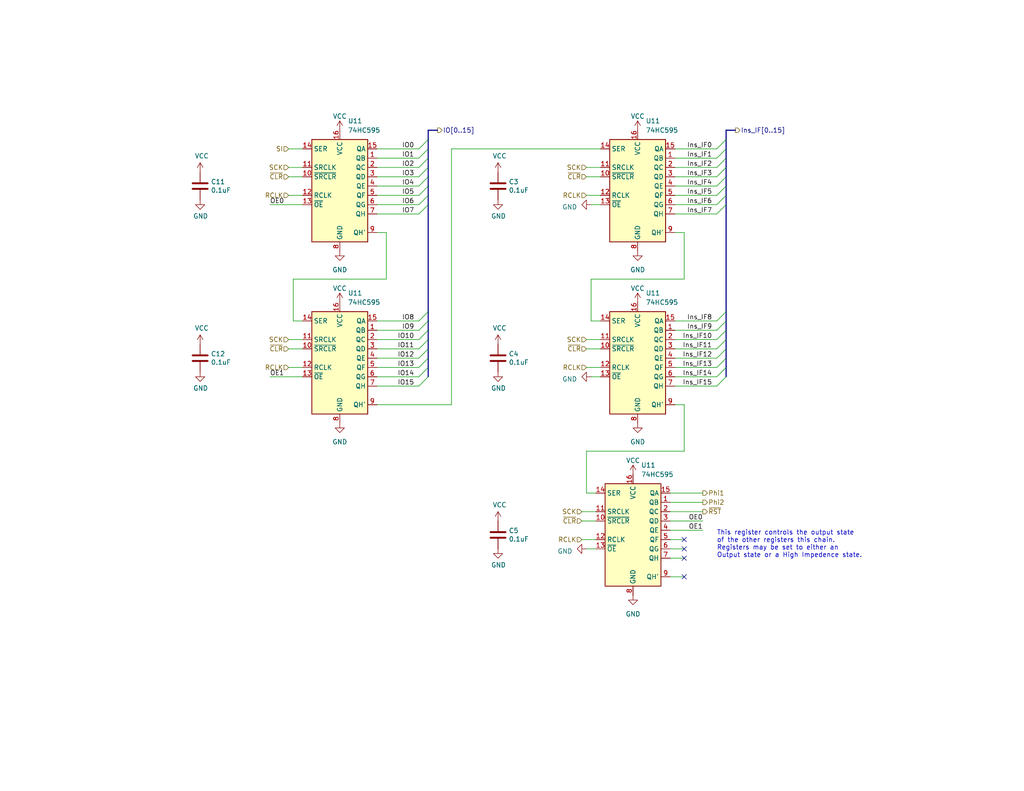
<source format=kicad_sch>
(kicad_sch (version 20230121) (generator eeschema)
  (paper "USLetter")
  (title_block (date "2023-11-27"))
  (lib_symbols
    (symbol "Device:C" (pin_numbers hide) (pin_names (offset 0.254))
      (property "Reference" "C" (at 0.635 2.54 0))
      (property "Value" "C" (at 0.635 -2.54 0))
      (symbol "C_0_1"
        (polyline (pts (xy -2.032 -0.762) (xy 2.032 -0.762)) (stroke (width 0.508)))
        (polyline (pts (xy -2.032 0.762) (xy 2.032 0.762)) (stroke (width 0.508)))
      )
      (symbol "C_1_1"
        (pin passive line (at 0 3.81 270) (length 2.794) (name "~") (number "1"))
        (pin passive line (at 0 -3.81 90) (length 2.794) (name "~") (number "2"))
      )
    )
    (symbol "Turtle16:74HC595"
      (property "Reference" "U" (at -7.62 13.97 0))
      (property "Value" "74HC595" (at -7.62 -16.51 0))
      (symbol "74HC595_1_0"
        (pin tri_state line (at 10.16 7.62 180) (length 2.54) (name "QB") (number "1"))
        (pin input line (at -10.16 2.54 0) (length 2.54) (name "~{SRCLR}") (number "10"))
        (pin input line (at -10.16 5.08 0) (length 2.54) (name "SRCLK") (number "11"))
        (pin input line (at -10.16 -2.54 0) (length 2.54) (name "RCLK") (number "12"))
        (pin input line (at -10.16 -5.08 0) (length 2.54) (name "~{OE}") (number "13"))
        (pin input line (at -10.16 10.16 0) (length 2.54) (name "SER") (number "14"))
        (pin tri_state line (at 10.16 10.16 180) (length 2.54) (name "QA") (number "15"))
        (pin power_in line (at 0 15.24 270) (length 2.54) (name "VCC") (number "16"))
        (pin tri_state line (at 10.16 5.08 180) (length 2.54) (name "QC") (number "2"))
        (pin tri_state line (at 10.16 2.54 180) (length 2.54) (name "QD") (number "3"))
        (pin tri_state line (at 10.16 0 180) (length 2.54) (name "QE") (number "4"))
        (pin tri_state line (at 10.16 -2.54 180) (length 2.54) (name "QF") (number "5"))
        (pin tri_state line (at 10.16 -5.08 180) (length 2.54) (name "QG") (number "6"))
        (pin tri_state line (at 10.16 -7.62 180) (length 2.54) (name "QH") (number "7"))
        (pin power_in line (at 0 -17.78 90) (length 2.54) (name "GND") (number "8"))
        (pin output line (at 10.16 -12.7 180) (length 2.54) (name "QH'") (number "9"))
      )
      (symbol "74HC595_1_1"
        (rectangle (start -7.62 12.7) (end 7.62 -15.24) (stroke (width 0.254)) (fill (type background)))
      )
    )
    (symbol "power:GND" (power) (pin_names (offset 0))
      (property "Value" "GND" (at 0 -3.81 0))
      (symbol "GND_0_1"
        (polyline (pts (xy 0 0) (xy 0 -1.27) (xy 1.27 -1.27) (xy 0 -2.54) (xy -1.27 -1.27) (xy 0 -1.27)))
      )
      (symbol "GND_1_1"
        (pin power_in line (at 0 0 270) (length 0) hide (name "GND") (number "1"))
      )
    )
    (symbol "power:VCC" (power) (pin_names (offset 0))
      (property "Value" "VCC" (at 0 3.81 0))
      (symbol "VCC_0_1"
        (polyline (pts (xy -0.762 1.27) (xy 0 2.54)))
        (polyline (pts (xy 0 0) (xy 0 2.54)))
        (polyline (pts (xy 0 2.54) (xy 0.762 1.27)))
      )
      (symbol "VCC_1_1"
        (pin power_in line (at 0 0 90) (length 0) hide (name "VCC") (number "1"))
      )
    )
  )
  (no_connect (at 186.69 147.32))
  (no_connect (at 186.69 149.86))
  (no_connect (at 186.69 157.48))
  (no_connect (at 186.69 152.4))
  (bus_entry (at 198.12 45.72) (size -2.54 2.54))
  (bus_entry (at 116.84 85.09) (size -2.54 2.54))
  (bus_entry (at 116.84 55.88) (size -2.54 2.54))
  (bus_entry (at 198.12 48.26) (size -2.54 2.54))
  (bus_entry (at 116.84 95.25) (size -2.54 2.54))
  (bus_entry (at 198.12 43.18) (size -2.54 2.54))
  (bus_entry (at 198.12 97.79) (size -2.54 2.54))
  (bus_entry (at 116.84 92.71) (size -2.54 2.54))
  (bus_entry (at 198.12 100.33) (size -2.54 2.54))
  (bus_entry (at 116.84 87.63) (size -2.54 2.54))
  (bus_entry (at 116.84 100.33) (size -2.54 2.54))
  (bus_entry (at 116.84 90.17) (size -2.54 2.54))
  (bus_entry (at 198.12 85.09) (size -2.54 2.54))
  (bus_entry (at 198.12 102.87) (size -2.54 2.54))
  (bus_entry (at 116.84 50.8) (size -2.54 2.54))
  (bus_entry (at 198.12 92.71) (size -2.54 2.54))
  (bus_entry (at 116.84 45.72) (size -2.54 2.54))
  (bus_entry (at 198.12 38.1) (size -2.54 2.54))
  (bus_entry (at 198.12 50.8) (size -2.54 2.54))
  (bus_entry (at 116.84 40.64) (size -2.54 2.54))
  (bus_entry (at 116.84 43.18) (size -2.54 2.54))
  (bus_entry (at 198.12 87.63) (size -2.54 2.54))
  (bus_entry (at 116.84 38.1) (size -2.54 2.54))
  (bus_entry (at 198.12 95.25) (size -2.54 2.54))
  (bus_entry (at 116.84 97.79) (size -2.54 2.54))
  (bus_entry (at 198.12 53.34) (size -2.54 2.54))
  (bus_entry (at 116.84 48.26) (size -2.54 2.54))
  (bus_entry (at 116.84 102.87) (size -2.54 2.54))
  (bus_entry (at 198.12 55.88) (size -2.54 2.54))
  (bus_entry (at 116.84 53.34) (size -2.54 2.54))
  (bus_entry (at 198.12 90.17) (size -2.54 2.54))
  (bus_entry (at 198.12 40.64) (size -2.54 2.54))
  (wire (pts (xy 186.69 110.49) (xy 186.69 123.19)))
  (bus (pts (xy 198.12 48.26) (xy 198.12 50.8)))
  (wire (pts (xy 114.3 102.87) (xy 102.87 102.87)))
  (wire (pts (xy 195.58 87.63) (xy 184.15 87.63)))
  (wire (pts (xy 114.3 97.79) (xy 102.87 97.79)))
  (wire (pts (xy 195.58 95.25) (xy 184.15 95.25)))
  (bus (pts (xy 116.84 38.1) (xy 116.84 40.64)))
  (wire (pts (xy 191.77 139.7) (xy 182.88 139.7)))
  (wire (pts (xy 114.3 40.64) (xy 102.87 40.64)))
  (wire (pts (xy 73.66 102.87) (xy 82.55 102.87)))
  (wire (pts (xy 160.02 53.34) (xy 163.83 53.34)))
  (wire (pts (xy 123.19 40.64) (xy 163.83 40.64)))
  (wire (pts (xy 114.3 50.8) (xy 102.87 50.8)))
  (bus (pts (xy 116.84 40.64) (xy 116.84 43.18)))
  (wire (pts (xy 195.58 48.26) (xy 184.15 48.26)))
  (bus (pts (xy 198.12 53.34) (xy 198.12 55.88)))
  (bus (pts (xy 116.84 43.18) (xy 116.84 45.72)))
  (wire (pts (xy 161.29 76.2) (xy 161.29 87.63)))
  (wire (pts (xy 160.02 149.86) (xy 162.56 149.86)))
  (wire (pts (xy 161.29 102.87) (xy 163.83 102.87)))
  (wire (pts (xy 191.77 137.16) (xy 182.88 137.16)))
  (bus (pts (xy 198.12 95.25) (xy 198.12 97.79)))
  (bus (pts (xy 116.84 55.88) (xy 116.84 85.09)))
  (wire (pts (xy 114.3 92.71) (xy 102.87 92.71)))
  (bus (pts (xy 198.12 43.18) (xy 198.12 45.72)))
  (bus (pts (xy 116.84 53.34) (xy 116.84 55.88)))
  (wire (pts (xy 123.19 40.64) (xy 123.19 110.49)))
  (wire (pts (xy 102.87 63.5) (xy 105.41 63.5)))
  (bus (pts (xy 119.38 35.56) (xy 116.84 35.56)))
  (bus (pts (xy 116.84 95.25) (xy 116.84 97.79)))
  (wire (pts (xy 184.15 63.5) (xy 186.69 63.5)))
  (wire (pts (xy 195.58 92.71) (xy 184.15 92.71)))
  (wire (pts (xy 114.3 45.72) (xy 102.87 45.72)))
  (bus (pts (xy 198.12 50.8) (xy 198.12 53.34)))
  (wire (pts (xy 158.75 142.24) (xy 162.56 142.24)))
  (wire (pts (xy 160.02 134.62) (xy 162.56 134.62)))
  (wire (pts (xy 195.58 100.33) (xy 184.15 100.33)))
  (bus (pts (xy 116.84 97.79) (xy 116.84 100.33)))
  (wire (pts (xy 105.41 63.5) (xy 105.41 76.2)))
  (wire (pts (xy 114.3 53.34) (xy 102.87 53.34)))
  (wire (pts (xy 78.74 92.71) (xy 82.55 92.71)))
  (bus (pts (xy 116.84 50.8) (xy 116.84 53.34)))
  (wire (pts (xy 191.77 144.78) (xy 182.88 144.78)))
  (wire (pts (xy 160.02 48.26) (xy 163.83 48.26)))
  (wire (pts (xy 78.74 48.26) (xy 82.55 48.26)))
  (wire (pts (xy 191.77 142.24) (xy 182.88 142.24)))
  (wire (pts (xy 114.3 48.26) (xy 102.87 48.26)))
  (wire (pts (xy 160.02 95.25) (xy 163.83 95.25)))
  (wire (pts (xy 195.58 43.18) (xy 184.15 43.18)))
  (wire (pts (xy 160.02 100.33) (xy 163.83 100.33)))
  (wire (pts (xy 78.74 40.64) (xy 82.55 40.64)))
  (wire (pts (xy 80.01 87.63) (xy 82.55 87.63)))
  (wire (pts (xy 182.88 147.32) (xy 186.69 147.32)))
  (bus (pts (xy 198.12 35.56) (xy 198.12 38.1)))
  (wire (pts (xy 161.29 55.88) (xy 163.83 55.88)))
  (wire (pts (xy 78.74 53.34) (xy 82.55 53.34)))
  (wire (pts (xy 195.58 40.64) (xy 184.15 40.64)))
  (wire (pts (xy 114.3 58.42) (xy 102.87 58.42)))
  (wire (pts (xy 114.3 87.63) (xy 102.87 87.63)))
  (wire (pts (xy 195.58 58.42) (xy 184.15 58.42)))
  (bus (pts (xy 198.12 90.17) (xy 198.12 92.71)))
  (wire (pts (xy 114.3 43.18) (xy 102.87 43.18)))
  (wire (pts (xy 195.58 45.72) (xy 184.15 45.72)))
  (bus (pts (xy 116.84 90.17) (xy 116.84 92.71)))
  (wire (pts (xy 78.74 100.33) (xy 82.55 100.33)))
  (wire (pts (xy 195.58 53.34) (xy 184.15 53.34)))
  (wire (pts (xy 161.29 87.63) (xy 163.83 87.63)))
  (bus (pts (xy 198.12 85.09) (xy 198.12 87.63)))
  (bus (pts (xy 116.84 85.09) (xy 116.84 87.63)))
  (wire (pts (xy 195.58 102.87) (xy 184.15 102.87)))
  (wire (pts (xy 182.88 152.4) (xy 186.69 152.4)))
  (bus (pts (xy 198.12 55.88) (xy 198.12 85.09)))
  (wire (pts (xy 114.3 55.88) (xy 102.87 55.88)))
  (wire (pts (xy 195.58 90.17) (xy 184.15 90.17)))
  (wire (pts (xy 160.02 92.71) (xy 163.83 92.71)))
  (wire (pts (xy 184.15 110.49) (xy 186.69 110.49)))
  (wire (pts (xy 186.69 63.5) (xy 186.69 76.2)))
  (wire (pts (xy 195.58 50.8) (xy 184.15 50.8)))
  (bus (pts (xy 116.84 92.71) (xy 116.84 95.25)))
  (wire (pts (xy 195.58 105.41) (xy 184.15 105.41)))
  (bus (pts (xy 116.84 87.63) (xy 116.84 90.17)))
  (wire (pts (xy 195.58 55.88) (xy 184.15 55.88)))
  (wire (pts (xy 158.75 139.7) (xy 162.56 139.7)))
  (wire (pts (xy 160.02 123.19) (xy 160.02 134.62)))
  (bus (pts (xy 198.12 87.63) (xy 198.12 90.17)))
  (wire (pts (xy 114.3 105.41) (xy 102.87 105.41)))
  (wire (pts (xy 195.58 97.79) (xy 184.15 97.79)))
  (bus (pts (xy 198.12 92.71) (xy 198.12 95.25)))
  (bus (pts (xy 116.84 45.72) (xy 116.84 48.26)))
  (wire (pts (xy 160.02 45.72) (xy 163.83 45.72)))
  (wire (pts (xy 182.88 149.86) (xy 186.69 149.86)))
  (wire (pts (xy 191.77 134.62) (xy 182.88 134.62)))
  (wire (pts (xy 80.01 76.2) (xy 80.01 87.63)))
  (bus (pts (xy 116.84 48.26) (xy 116.84 50.8)))
  (bus (pts (xy 198.12 40.64) (xy 198.12 43.18)))
  (bus (pts (xy 198.12 38.1) (xy 198.12 40.64)))
  (wire (pts (xy 182.88 157.48) (xy 186.69 157.48)))
  (wire (pts (xy 78.74 95.25) (xy 82.55 95.25)))
  (wire (pts (xy 114.3 100.33) (xy 102.87 100.33)))
  (wire (pts (xy 114.3 95.25) (xy 102.87 95.25)))
  (bus (pts (xy 116.84 100.33) (xy 116.84 102.87)))
  (bus (pts (xy 200.66 35.56) (xy 198.12 35.56)))
  (wire (pts (xy 158.75 147.32) (xy 162.56 147.32)))
  (wire (pts (xy 80.01 76.2) (xy 105.41 76.2)))
  (wire (pts (xy 78.74 45.72) (xy 82.55 45.72)))
  (wire (pts (xy 161.29 76.2) (xy 186.69 76.2)))
  (bus (pts (xy 116.84 35.56) (xy 116.84 38.1)))
  (wire (pts (xy 160.02 123.19) (xy 186.69 123.19)))
  (bus (pts (xy 198.12 100.33) (xy 198.12 102.87)))
  (wire (pts (xy 102.87 110.49) (xy 123.19 110.49)))
  (bus (pts (xy 198.12 45.72) (xy 198.12 48.26)))
  (bus (pts (xy 198.12 97.79) (xy 198.12 100.33)))
  (wire (pts (xy 73.66 55.88) (xy 82.55 55.88)))
  (wire (pts (xy 114.3 90.17) (xy 102.87 90.17)))
  (text "This register controls the output state\nof the other registers this chain.\nRegisters may be set to either an\nOutput state or a High Impedence state." (at 195.58 152.4 0) (effects (font (size 1.27 1.27)) (justify left bottom)))
  (label "Ins_IF6" (at 194.31 55.88 180))
  (label "Ins_IF10" (at 194.31 92.71 180))
  (label "IO11" (at 113.03 95.25 180))
  (label "OE0" (at 73.66 55.88 0))
  (label "Ins_IF7" (at 194.31 58.42 180))
  (label "IO3" (at 113.03 48.26 180))
  (label "OE0" (at 191.77 142.24 180))
  (label "IO13" (at 113.03 100.33 180))
  (label "IO5" (at 113.03 53.34 180))
  (label "IO10" (at 113.03 92.71 180))
  (label "Ins_IF8" (at 194.31 87.63 180))
  (label "IO0" (at 113.03 40.64 180))
  (label "Ins_IF1" (at 194.31 43.18 180))
  (label "IO7" (at 113.03 58.42 180))
  (label "Ins_IF14" (at 194.31 102.87 180))
  (label "IO12" (at 113.03 97.79 180))
  (label "Ins_IF5" (at 194.31 53.34 180))
  (label "IO1" (at 113.03 43.18 180))
  (label "Ins_IF0" (at 194.31 40.64 180))
  (label "OE1" (at 73.66 102.87 0))
  (label "Ins_IF15" (at 194.31 105.41 180))
  (label "IO14" (at 113.03 102.87 180))
  (label "IO15" (at 113.03 105.41 180))
  (label "OE1" (at 191.77 144.78 180))
  (label "IO8" (at 113.03 87.63 180))
  (label "IO4" (at 113.03 50.8 180))
  (label "IO2" (at 113.03 45.72 180))
  (label "Ins_IF4" (at 194.31 50.8 180))
  (label "Ins_IF9" (at 194.31 90.17 180))
  (label "Ins_IF12" (at 194.31 97.79 180))
  (label "Ins_IF13" (at 194.31 100.33 180))
  (label "IO9" (at 113.03 90.17 180))
  (label "Ins_IF2" (at 194.31 45.72 180))
  (label "Ins_IF11" (at 194.31 95.25 180))
  (label "Ins_IF3" (at 194.31 48.26 180))
  (label "IO6" (at 113.03 55.88 180))
  (hierarchical_label "SI" (shape input) (at 78.74 40.64 180))
  (hierarchical_label "Ins_IF[0..15]" (shape output) (at 200.66 35.56 0))
  (hierarchical_label "SCK" (shape input) (at 160.02 92.71 180))
  (hierarchical_label "~{CLR}" (shape input) (at 78.74 95.25 180))
  (hierarchical_label "RCLK" (shape input) (at 160.02 53.34 180))
  (hierarchical_label "~{CLR}" (shape input) (at 160.02 95.25 180))
  (hierarchical_label "IO[0..15]" (shape output) (at 119.38 35.56 0))
  (hierarchical_label "SCK" (shape input) (at 78.74 45.72 180))
  (hierarchical_label "RCLK" (shape input) (at 158.75 147.32 180))
  (hierarchical_label "RCLK" (shape input) (at 78.74 53.34 180))
  (hierarchical_label "~{CLR}" (shape input) (at 160.02 48.26 180))
  (hierarchical_label "SCK" (shape input) (at 160.02 45.72 180))
  (hierarchical_label "~{RST}" (shape output) (at 191.77 139.7 0))
  (hierarchical_label "Phi1" (shape output) (at 191.77 134.62 0))
  (hierarchical_label "SCK" (shape input) (at 78.74 92.71 180))
  (hierarchical_label "SCK" (shape input) (at 158.75 139.7 180))
  (hierarchical_label "~{CLR}" (shape input) (at 78.74 48.26 180))
  (hierarchical_label "RCLK" (shape input) (at 160.02 100.33 180))
  (hierarchical_label "RCLK" (shape input) (at 78.74 100.33 180))
  (hierarchical_label "Phi2" (shape output) (at 191.77 137.16 0))
  (hierarchical_label "~{CLR}" (shape input) (at 158.75 142.24 180))
  (symbol (lib_id "power:GND") (at 172.72 162.56 0) (unit 1)
    (property "Reference" "#PWR046" (effects hide))
    (property "Value" "GND" (at 172.72 167.64 0))
  )
  (symbol (lib_id "power:GND") (at 173.99 115.57 0) (unit 1)
    (property "Reference" "#PWR050" (effects hide))
    (property "Value" "GND" (at 173.99 120.65 0))
  )
  (symbol (lib_id "Turtle16:74HC595") (at 172.72 144.78 0) (unit 1)
    (property "Reference" "U11" (at 174.9141 127 0) (effects (justify left)))
    (property "Value" "74HC595" (at 174.9141 129.54 0) (effects (justify left)))
    (property "Footprint" "Package_SO:TSSOP-16_4.4x5mm_P0.65mm" (effects hide))
    (property "Datasheet" "https://www.mouser.com/datasheet/2/916/74HC_HCT595_Q100-2937391.pdf" (effects hide))
    (property "Manufacturer" "Nexperia" (effects hide))
    (property "Manufacturer#" "74HC595PW-Q100,118" (effects hide))
    (property "Mouser#" "771-74HC595PW-Q100" (effects hide))
    (property "Digikey#" "1727-1012-1-ND" (effects hide))
    (instances (project "ProcessorBoardTestFixture" (path "" (reference "U11") (unit 1)) (path "" (reference "U2") (unit 1))))
  )
  (symbol (lib_id "power:GND") (at 92.71 68.58 0) (unit 1)
    (property "Reference" "#PWR086" (effects hide))
    (property "Value" "GND" (at 92.71 73.66 0))
  )
  (symbol (lib_id "power:VCC") (at 92.71 82.55 0) (unit 1)
    (property "Reference" "#PWR087" (effects hide))
    (property "Value" "VCC" (at 92.71 78.74 0))
  )
  (symbol (lib_id "Turtle16:74HC595") (at 92.71 97.79 0) (unit 1)
    (property "Reference" "U11" (at 94.9041 80.01 0) (effects (justify left)))
    (property "Value" "74HC595" (at 94.9041 82.55 0) (effects (justify left)))
    (property "Footprint" "Package_SO:TSSOP-16_4.4x5mm_P0.65mm" (effects hide))
    (property "Datasheet" "https://www.mouser.com/datasheet/2/916/74HC_HCT595_Q100-2937391.pdf" (effects hide))
    (property "Manufacturer" "Nexperia" (effects hide))
    (property "Manufacturer#" "74HC595PW-Q100,118" (effects hide))
    (property "Mouser#" "771-74HC595PW-Q100" (effects hide))
    (property "Digikey#" "1727-1012-1-ND" (effects hide))
  )
  (symbol (lib_id "power:GND") (at 161.29 55.88 270) (unit 1)
    (property "Reference" "#PWR098" (effects hide))
    (property "Value" "GND" (at 157.48 56.515 90) (effects (justify right)))
  )
  (symbol (lib_id "power:GND") (at 92.71 115.57 0) (unit 1)
    (property "Reference" "#PWR088" (effects hide))
    (property "Value" "GND" (at 92.71 120.65 0))
  )
  (symbol (lib_id "Turtle16:74HC595") (at 173.99 50.8 0) (unit 1)
    (property "Reference" "U11" (at 176.1841 33.02 0) (effects (justify left)))
    (property "Value" "74HC595" (at 176.1841 35.56 0) (effects (justify left)))
    (property "Footprint" "Package_SO:TSSOP-16_4.4x5mm_P0.65mm" (effects hide))
    (property "Datasheet" "https://www.mouser.com/datasheet/2/916/74HC_HCT595_Q100-2937391.pdf" (effects hide))
    (property "Manufacturer" "Nexperia" (effects hide))
    (property "Manufacturer#" "74HC595PW-Q100,118" (effects hide))
    (property "Mouser#" "771-74HC595PW-Q100" (effects hide))
    (property "Digikey#" "1727-1012-1-ND" (effects hide))
    (instances (project "ProcessorBoardTestFixture" (path "" (reference "U11") (unit 1)) (path "" (reference "U3") (unit 1))))
  )
  (symbol (lib_id "power:VCC") (at 54.61 93.98 0) (unit 1)
    (property "Reference" "#PWR083" (effects hide))
    (property "Value" "VCC" (at 55.0418 89.5858 0))
    (instances (project "ProcessorBoardTestFixture" (path "" (reference "#PWR083") (unit 1))) (project "Memory" (path "" (reference "#PWR0381") (unit 1))))
  )
  (symbol (lib_id "power:GND") (at 54.61 101.6 0) (unit 1)
    (property "Reference" "#PWR084" (effects hide))
    (property "Value" "GND" (at 54.737 105.9942 0))
    (instances (project "ProcessorBoardTestFixture" (path "" (reference "#PWR084") (unit 1))) (project "Memory" (path "" (reference "#PWR0382") (unit 1))))
  )
  (symbol (lib_id "power:GND") (at 54.61 54.61 0) (unit 1)
    (property "Reference" "#PWR082" (effects hide))
    (property "Value" "GND" (at 54.737 59.0042 0))
    (instances (project "ProcessorBoardTestFixture" (path "" (reference "#PWR082") (unit 1))) (project "Memory" (path "" (reference "#PWR0382") (unit 1))))
  )
  (symbol (lib_id "power:VCC") (at 173.99 35.56 0) (unit 1)
    (property "Reference" "#PWR047" (effects hide))
    (property "Value" "VCC" (at 173.99 31.75 0))
  )
  (symbol (lib_id "power:VCC") (at 173.99 82.55 0) (unit 1)
    (property "Reference" "#PWR049" (effects hide))
    (property "Value" "VCC" (at 173.99 78.74 0))
  )
  (symbol (lib_id "power:GND") (at 135.89 101.6 0) (unit 1)
    (property "Reference" "#PWR041" (effects hide))
    (property "Value" "GND" (at 136.017 105.9942 0))
    (instances (project "ProcessorBoardTestFixture" (path "" (reference "#PWR041") (unit 1))) (project "Memory" (path "" (reference "#PWR0382") (unit 1))))
  )
  (symbol (lib_id "Device:C") (at 135.89 50.8 0) (unit 1)
    (property "Reference" "C3" (at 138.811 49.6316 0) (effects (justify left)))
    (property "Value" "0.1uF" (at 138.811 51.943 0) (effects (justify left)))
    (property "Footprint" "Capacitor_SMD:C_0603_1608Metric" (effects hide))
    (property "Datasheet" "https://www.mouser.com/datasheet/2/396/taiyo_yuden_12132018_mlcc11_hq_e-1510082.pdf" (effects hide))
    (property "Manufacturer" "Taiyo Yuden" (effects hide))
    (property "Manufacturer#" "EMK107B7104KAHT" (effects hide))
    (property "Mouser#" "963-EMK107B7104KAHT" (effects hide))
    (property "Digikey#" "587-6004-1-ND" (effects hide))
    (instances (project "ProcessorBoardTestFixture" (path "" (reference "C3") (unit 1))) (project "Memory" (path "" (reference "C65") (unit 1))))
  )
  (symbol (lib_id "power:VCC") (at 54.61 46.99 0) (unit 1)
    (property "Reference" "#PWR081" (effects hide))
    (property "Value" "VCC" (at 55.0418 42.5958 0))
    (instances (project "ProcessorBoardTestFixture" (path "" (reference "#PWR081") (unit 1))) (project "Memory" (path "" (reference "#PWR0381") (unit 1))))
  )
  (symbol (lib_id "power:VCC") (at 135.89 93.98 0) (unit 1)
    (property "Reference" "#PWR040" (effects hide))
    (property "Value" "VCC" (at 136.3218 89.5858 0))
    (instances (project "ProcessorBoardTestFixture" (path "" (reference "#PWR040") (unit 1))) (project "Memory" (path "" (reference "#PWR0381") (unit 1))))
  )
  (symbol (lib_id "power:VCC") (at 92.71 35.56 0) (unit 1)
    (property "Reference" "#PWR085" (effects hide))
    (property "Value" "VCC" (at 92.71 31.75 0))
  )
  (symbol (lib_id "power:VCC") (at 135.89 46.99 0) (unit 1)
    (property "Reference" "#PWR038" (effects hide))
    (property "Value" "VCC" (at 136.3218 42.5958 0))
    (instances (project "ProcessorBoardTestFixture" (path "" (reference "#PWR038") (unit 1))) (project "Memory" (path "" (reference "#PWR0381") (unit 1))))
  )
  (symbol (lib_id "power:GND") (at 135.89 54.61 0) (unit 1)
    (property "Reference" "#PWR039" (effects hide))
    (property "Value" "GND" (at 136.017 59.0042 0))
    (instances (project "ProcessorBoardTestFixture" (path "" (reference "#PWR039") (unit 1))) (project "Memory" (path "" (reference "#PWR0382") (unit 1))))
  )
  (symbol (lib_id "Device:C") (at 135.89 146.05 0) (unit 1)
    (property "Reference" "C5" (at 138.811 144.8816 0) (effects (justify left)))
    (property "Value" "0.1uF" (at 138.811 147.193 0) (effects (justify left)))
    (property "Footprint" "Capacitor_SMD:C_0603_1608Metric" (effects hide))
    (property "Datasheet" "https://www.mouser.com/datasheet/2/396/taiyo_yuden_12132018_mlcc11_hq_e-1510082.pdf" (effects hide))
    (property "Manufacturer" "Taiyo Yuden" (effects hide))
    (property "Manufacturer#" "EMK107B7104KAHT" (effects hide))
    (property "Mouser#" "963-EMK107B7104KAHT" (effects hide))
    (property "Digikey#" "587-6004-1-ND" (effects hide))
    (instances (project "ProcessorBoardTestFixture" (path "" (reference "C5") (unit 1))) (project "Memory" (path "" (reference "C65") (unit 1))))
  )
  (symbol (lib_id "Turtle16:74HC595") (at 173.99 97.79 0) (unit 1)
    (property "Reference" "U11" (at 176.1841 80.01 0) (effects (justify left)))
    (property "Value" "74HC595" (at 176.1841 82.55 0) (effects (justify left)))
    (property "Footprint" "Package_SO:TSSOP-16_4.4x5mm_P0.65mm" (effects hide))
    (property "Datasheet" "https://www.mouser.com/datasheet/2/916/74HC_HCT595_Q100-2937391.pdf" (effects hide))
    (property "Manufacturer" "Nexperia" (effects hide))
    (property "Manufacturer#" "74HC595PW-Q100,118" (effects hide))
    (property "Mouser#" "771-74HC595PW-Q100" (effects hide))
    (property "Digikey#" "1727-1012-1-ND" (effects hide))
    (instances (project "ProcessorBoardTestFixture" (path "" (reference "U11") (unit 1)) (path "" (reference "U4") (unit 1))))
  )
  (symbol (lib_id "Turtle16:74HC595") (at 92.71 50.8 0) (unit 1)
    (property "Reference" "U11" (at 94.9041 33.02 0) (effects (justify left)))
    (property "Value" "74HC595" (at 94.9041 35.56 0) (effects (justify left)))
    (property "Footprint" "Package_SO:TSSOP-16_4.4x5mm_P0.65mm" (effects hide))
    (property "Datasheet" "https://www.mouser.com/datasheet/2/916/74HC_HCT595_Q100-2937391.pdf" (effects hide))
    (property "Manufacturer" "Nexperia" (effects hide))
    (property "Manufacturer#" "74HC595PW-Q100,118" (effects hide))
    (property "Mouser#" "771-74HC595PW-Q100" (effects hide))
    (property "Digikey#" "1727-1012-1-ND" (effects hide))
    (instances (project "ProcessorBoardTestFixture" (path "" (reference "U11") (unit 1)) (path "" (reference "U1") (unit 1))))
  )
  (symbol (lib_id "Device:C") (at 54.61 97.79 0) (unit 1)
    (property "Reference" "C12" (at 57.531 96.6216 0) (effects (justify left)))
    (property "Value" "0.1uF" (at 57.531 98.933 0) (effects (justify left)))
    (property "Footprint" "Capacitor_SMD:C_0603_1608Metric" (effects hide))
    (property "Datasheet" "https://www.mouser.com/datasheet/2/396/taiyo_yuden_12132018_mlcc11_hq_e-1510082.pdf" (effects hide))
    (property "Manufacturer" "Taiyo Yuden" (effects hide))
    (property "Manufacturer#" "EMK107B7104KAHT" (effects hide))
    (property "Mouser#" "963-EMK107B7104KAHT" (effects hide))
    (property "Digikey#" "587-6004-1-ND" (effects hide))
    (instances (project "ProcessorBoardTestFixture" (path "" (reference "C12") (unit 1))) (project "Memory" (path "" (reference "C65") (unit 1))))
  )
  (symbol (lib_id "power:GND") (at 161.29 102.87 270) (unit 1)
    (property "Reference" "#PWR097" (effects hide))
    (property "Value" "GND" (at 157.48 103.505 90) (effects (justify right)))
  )
  (symbol (lib_id "power:GND") (at 173.99 68.58 0) (unit 1)
    (property "Reference" "#PWR048" (effects hide))
    (property "Value" "GND" (at 173.99 73.66 0))
  )
  (symbol (lib_id "power:GND") (at 160.02 149.86 270) (unit 1)
    (property "Reference" "#PWR044" (effects hide))
    (property "Value" "GND" (at 156.21 150.495 90) (effects (justify right)))
  )
  (symbol (lib_id "Device:C") (at 54.61 50.8 0) (unit 1)
    (property "Reference" "C11" (at 57.531 49.6316 0) (effects (justify left)))
    (property "Value" "0.1uF" (at 57.531 51.943 0) (effects (justify left)))
    (property "Footprint" "Capacitor_SMD:C_0603_1608Metric" (effects hide))
    (property "Datasheet" "https://www.mouser.com/datasheet/2/396/taiyo_yuden_12132018_mlcc11_hq_e-1510082.pdf" (effects hide))
    (property "Manufacturer" "Taiyo Yuden" (effects hide))
    (property "Manufacturer#" "EMK107B7104KAHT" (effects hide))
    (property "Mouser#" "963-EMK107B7104KAHT" (effects hide))
    (property "Digikey#" "587-6004-1-ND" (effects hide))
    (instances (project "ProcessorBoardTestFixture" (path "" (reference "C11") (unit 1))) (project "Memory" (path "" (reference "C65") (unit 1))))
  )
  (symbol (lib_id "Device:C") (at 135.89 97.79 0) (unit 1)
    (property "Reference" "C4" (at 138.811 96.6216 0) (effects (justify left)))
    (property "Value" "0.1uF" (at 138.811 98.933 0) (effects (justify left)))
    (property "Footprint" "Capacitor_SMD:C_0603_1608Metric" (effects hide))
    (property "Datasheet" "https://www.mouser.com/datasheet/2/396/taiyo_yuden_12132018_mlcc11_hq_e-1510082.pdf" (effects hide))
    (property "Manufacturer" "Taiyo Yuden" (effects hide))
    (property "Manufacturer#" "EMK107B7104KAHT" (effects hide))
    (property "Mouser#" "963-EMK107B7104KAHT" (effects hide))
    (property "Digikey#" "587-6004-1-ND" (effects hide))
    (instances (project "ProcessorBoardTestFixture" (path "" (reference "C4") (unit 1))) (project "Memory" (path "" (reference "C65") (unit 1))))
  )
  (symbol (lib_id "power:GND") (at 135.89 149.86 0) (unit 1)
    (property "Reference" "#PWR043" (effects hide))
    (property "Value" "GND" (at 136.017 154.2542 0))
    (instances (project "ProcessorBoardTestFixture" (path "" (reference "#PWR043") (unit 1))) (project "Memory" (path "" (reference "#PWR0382") (unit 1))))
  )
  (symbol (lib_id "power:VCC") (at 135.89 142.24 0) (unit 1)
    (property "Reference" "#PWR042" (effects hide))
    (property "Value" "VCC" (at 136.3218 137.8458 0))
    (instances (project "ProcessorBoardTestFixture" (path "" (reference "#PWR042") (unit 1))) (project "Memory" (path "" (reference "#PWR0381") (unit 1))))
  )
  (symbol (lib_id "power:VCC") (at 172.72 129.54 0) (unit 1)
    (property "Reference" "#PWR045" (effects hide))
    (property "Value" "VCC" (at 172.72 125.73 0))
  )
)
</source>
